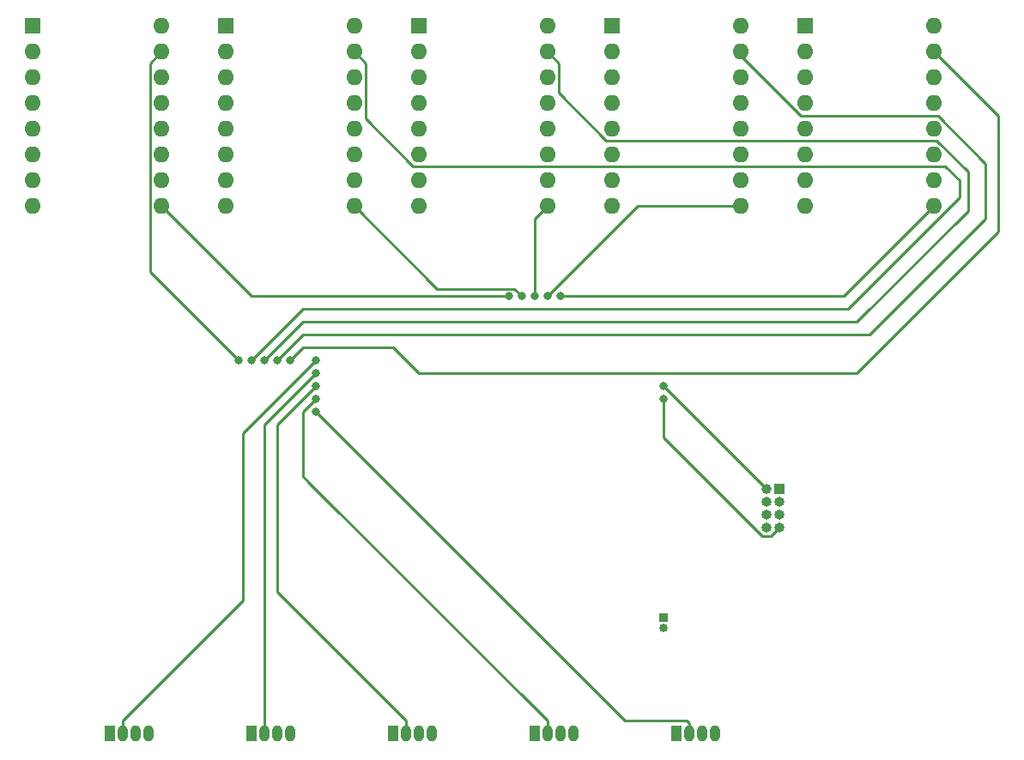
<source format=gbr>
%TF.GenerationSoftware,KiCad,Pcbnew,(5.1.9)-1*%
%TF.CreationDate,2021-10-09T18:12:39+01:00*%
%TF.ProjectId,btctestv0,62746374-6573-4747-9630-2e6b69636164,rev?*%
%TF.SameCoordinates,Original*%
%TF.FileFunction,Copper,L2,Bot*%
%TF.FilePolarity,Positive*%
%FSLAX46Y46*%
G04 Gerber Fmt 4.6, Leading zero omitted, Abs format (unit mm)*
G04 Created by KiCad (PCBNEW (5.1.9)-1) date 2021-10-09 18:12:39*
%MOMM*%
%LPD*%
G01*
G04 APERTURE LIST*
%TA.AperFunction,ComponentPad*%
%ADD10O,0.850000X0.850000*%
%TD*%
%TA.AperFunction,ComponentPad*%
%ADD11R,0.850000X0.850000*%
%TD*%
%TA.AperFunction,ComponentPad*%
%ADD12O,1.000000X1.000000*%
%TD*%
%TA.AperFunction,ComponentPad*%
%ADD13R,1.000000X1.000000*%
%TD*%
%TA.AperFunction,ComponentPad*%
%ADD14C,1.000000*%
%TD*%
%TA.AperFunction,ComponentPad*%
%ADD15O,1.000000X1.600000*%
%TD*%
%TA.AperFunction,ComponentPad*%
%ADD16R,1.000000X1.600000*%
%TD*%
%TA.AperFunction,ComponentPad*%
%ADD17O,1.600000X1.600000*%
%TD*%
%TA.AperFunction,ComponentPad*%
%ADD18R,1.600000X1.600000*%
%TD*%
%TA.AperFunction,ViaPad*%
%ADD19C,0.800000*%
%TD*%
%TA.AperFunction,Conductor*%
%ADD20C,0.250000*%
%TD*%
G04 APERTURE END LIST*
D10*
%TO.P,REF\u002A\u002A,2*%
%TO.N,SWDIO*%
X163830000Y-87360000D03*
D11*
%TO.P,REF\u002A\u002A,1*%
%TO.N,SWCLK*%
X163830000Y-86360000D03*
%TD*%
D12*
%TO.P,REF\u002A\u002A,8*%
%TO.N,UART4_TX*%
X175260000Y-77470000D03*
%TO.P,REF\u002A\u002A,7*%
%TO.N,+3V3*%
X173990000Y-77470000D03*
%TO.P,REF\u002A\u002A,6*%
%TO.N,N/C*%
X175260000Y-76200000D03*
%TO.P,REF\u002A\u002A,5*%
X173990000Y-76200000D03*
%TO.P,REF\u002A\u002A,4*%
X175260000Y-74930000D03*
%TO.P,REF\u002A\u002A,3*%
%TO.N,+3V3*%
X173990000Y-74930000D03*
D13*
%TO.P,REF\u002A\u002A,2*%
%TO.N,GND*%
X175260000Y-73660000D03*
D14*
%TO.P,REF\u002A\u002A,1*%
%TO.N,UART4_RX*%
X173990000Y-73660000D03*
%TD*%
D15*
%TO.P,U5,4*%
%TO.N,GND*%
X168910000Y-97790000D03*
%TO.P,U5,3*%
%TO.N,Net-(U5-Pad3)*%
X167640000Y-97790000D03*
%TO.P,U5,2*%
%TO.N,HES_4*%
X166370000Y-97790000D03*
D16*
%TO.P,U5,1*%
%TO.N,+5V*%
X165100000Y-97790000D03*
%TD*%
D15*
%TO.P,U4,4*%
%TO.N,GND*%
X154940000Y-97790000D03*
%TO.P,U4,3*%
%TO.N,Net-(U4-Pad3)*%
X153670000Y-97790000D03*
%TO.P,U4,2*%
%TO.N,HES_3*%
X152400000Y-97790000D03*
D16*
%TO.P,U4,1*%
%TO.N,+5V*%
X151130000Y-97790000D03*
%TD*%
D15*
%TO.P,U3,4*%
%TO.N,GND*%
X140970000Y-97790000D03*
%TO.P,U3,3*%
%TO.N,Net-(U3-Pad3)*%
X139700000Y-97790000D03*
%TO.P,U3,2*%
%TO.N,HES_2*%
X138430000Y-97790000D03*
D16*
%TO.P,U3,1*%
%TO.N,+5V*%
X137160000Y-97790000D03*
%TD*%
D15*
%TO.P,U2,4*%
%TO.N,GND*%
X127000000Y-97790000D03*
%TO.P,U2,3*%
%TO.N,Net-(U2-Pad3)*%
X125730000Y-97790000D03*
%TO.P,U2,2*%
%TO.N,HES_1*%
X124460000Y-97790000D03*
D16*
%TO.P,U2,1*%
%TO.N,+5V*%
X123190000Y-97790000D03*
%TD*%
D15*
%TO.P,U1,4*%
%TO.N,GND*%
X113030000Y-97790000D03*
%TO.P,U1,3*%
%TO.N,Net-(U1-Pad3)*%
X111760000Y-97790000D03*
%TO.P,U1,2*%
%TO.N,HES_0*%
X110490000Y-97790000D03*
D16*
%TO.P,U1,1*%
%TO.N,+5V*%
X109220000Y-97790000D03*
%TD*%
D17*
%TO.P,A5,16*%
%TO.N,+5V*%
X190500000Y-27940000D03*
%TO.P,A5,8*%
%TO.N,+12V*%
X177800000Y-45720000D03*
%TO.P,A5,15*%
%TO.N,MOT_0_STEP*%
X190500000Y-30480000D03*
%TO.P,A5,7*%
%TO.N,GND*%
X177800000Y-43180000D03*
%TO.P,A5,14*%
%TO.N,Net-(A5-Pad13)*%
X190500000Y-33020000D03*
%TO.P,A5,6*%
%TO.N,Net-(A5-Pad6)*%
X177800000Y-40640000D03*
%TO.P,A5,13*%
%TO.N,Net-(A5-Pad13)*%
X190500000Y-35560000D03*
%TO.P,A5,5*%
%TO.N,Net-(A5-Pad5)*%
X177800000Y-38100000D03*
%TO.P,A5,12*%
%TO.N,Net-(A5-Pad12)*%
X190500000Y-38100000D03*
%TO.P,A5,4*%
%TO.N,Net-(A5-Pad4)*%
X177800000Y-35560000D03*
%TO.P,A5,11*%
%TO.N,Net-(A5-Pad11)*%
X190500000Y-40640000D03*
%TO.P,A5,3*%
%TO.N,Net-(A5-Pad3)*%
X177800000Y-33020000D03*
%TO.P,A5,10*%
%TO.N,+5V*%
X190500000Y-43180000D03*
%TO.P,A5,2*%
X177800000Y-30480000D03*
%TO.P,A5,9*%
%TO.N,MOT_0_EN*%
X190500000Y-45720000D03*
D18*
%TO.P,A5,1*%
%TO.N,GND*%
X177800000Y-27940000D03*
%TD*%
D17*
%TO.P,A4,16*%
%TO.N,+5V*%
X171450000Y-27940000D03*
%TO.P,A4,8*%
%TO.N,+12V*%
X158750000Y-45720000D03*
%TO.P,A4,15*%
%TO.N,MOT_1_STEP*%
X171450000Y-30480000D03*
%TO.P,A4,7*%
%TO.N,GND*%
X158750000Y-43180000D03*
%TO.P,A4,14*%
%TO.N,Net-(A4-Pad13)*%
X171450000Y-33020000D03*
%TO.P,A4,6*%
%TO.N,Net-(A4-Pad6)*%
X158750000Y-40640000D03*
%TO.P,A4,13*%
%TO.N,Net-(A4-Pad13)*%
X171450000Y-35560000D03*
%TO.P,A4,5*%
%TO.N,Net-(A4-Pad5)*%
X158750000Y-38100000D03*
%TO.P,A4,12*%
%TO.N,Net-(A4-Pad12)*%
X171450000Y-38100000D03*
%TO.P,A4,4*%
%TO.N,Net-(A4-Pad4)*%
X158750000Y-35560000D03*
%TO.P,A4,11*%
%TO.N,Net-(A4-Pad11)*%
X171450000Y-40640000D03*
%TO.P,A4,3*%
%TO.N,Net-(A4-Pad3)*%
X158750000Y-33020000D03*
%TO.P,A4,10*%
%TO.N,+5V*%
X171450000Y-43180000D03*
%TO.P,A4,2*%
X158750000Y-30480000D03*
%TO.P,A4,9*%
%TO.N,MOT_1_EN*%
X171450000Y-45720000D03*
D18*
%TO.P,A4,1*%
%TO.N,GND*%
X158750000Y-27940000D03*
%TD*%
D17*
%TO.P,A3,16*%
%TO.N,+5V*%
X152400000Y-27940000D03*
%TO.P,A3,8*%
%TO.N,+12V*%
X139700000Y-45720000D03*
%TO.P,A3,15*%
%TO.N,MOT_2_STEP*%
X152400000Y-30480000D03*
%TO.P,A3,7*%
%TO.N,GND*%
X139700000Y-43180000D03*
%TO.P,A3,14*%
%TO.N,Net-(A3-Pad13)*%
X152400000Y-33020000D03*
%TO.P,A3,6*%
%TO.N,Net-(A3-Pad6)*%
X139700000Y-40640000D03*
%TO.P,A3,13*%
%TO.N,Net-(A3-Pad13)*%
X152400000Y-35560000D03*
%TO.P,A3,5*%
%TO.N,Net-(A3-Pad5)*%
X139700000Y-38100000D03*
%TO.P,A3,12*%
%TO.N,Net-(A3-Pad12)*%
X152400000Y-38100000D03*
%TO.P,A3,4*%
%TO.N,Net-(A3-Pad4)*%
X139700000Y-35560000D03*
%TO.P,A3,11*%
%TO.N,Net-(A3-Pad11)*%
X152400000Y-40640000D03*
%TO.P,A3,3*%
%TO.N,Net-(A3-Pad3)*%
X139700000Y-33020000D03*
%TO.P,A3,10*%
%TO.N,+5V*%
X152400000Y-43180000D03*
%TO.P,A3,2*%
X139700000Y-30480000D03*
%TO.P,A3,9*%
%TO.N,MOT_2_EN*%
X152400000Y-45720000D03*
D18*
%TO.P,A3,1*%
%TO.N,GND*%
X139700000Y-27940000D03*
%TD*%
D17*
%TO.P,A2,16*%
%TO.N,+5V*%
X133350000Y-27940000D03*
%TO.P,A2,8*%
%TO.N,+12V*%
X120650000Y-45720000D03*
%TO.P,A2,15*%
%TO.N,MOT_3_STEP*%
X133350000Y-30480000D03*
%TO.P,A2,7*%
%TO.N,GND*%
X120650000Y-43180000D03*
%TO.P,A2,14*%
%TO.N,Net-(A2-Pad13)*%
X133350000Y-33020000D03*
%TO.P,A2,6*%
%TO.N,Net-(A2-Pad6)*%
X120650000Y-40640000D03*
%TO.P,A2,13*%
%TO.N,Net-(A2-Pad13)*%
X133350000Y-35560000D03*
%TO.P,A2,5*%
%TO.N,Net-(A2-Pad5)*%
X120650000Y-38100000D03*
%TO.P,A2,12*%
%TO.N,Net-(A2-Pad12)*%
X133350000Y-38100000D03*
%TO.P,A2,4*%
%TO.N,Net-(A2-Pad4)*%
X120650000Y-35560000D03*
%TO.P,A2,11*%
%TO.N,Net-(A2-Pad11)*%
X133350000Y-40640000D03*
%TO.P,A2,3*%
%TO.N,Net-(A2-Pad3)*%
X120650000Y-33020000D03*
%TO.P,A2,10*%
%TO.N,+5V*%
X133350000Y-43180000D03*
%TO.P,A2,2*%
X120650000Y-30480000D03*
%TO.P,A2,9*%
%TO.N,MOT_3_EN*%
X133350000Y-45720000D03*
D18*
%TO.P,A2,1*%
%TO.N,GND*%
X120650000Y-27940000D03*
%TD*%
D17*
%TO.P,A1,16*%
%TO.N,+5V*%
X114300000Y-27940000D03*
%TO.P,A1,8*%
%TO.N,+12V*%
X101600000Y-45720000D03*
%TO.P,A1,15*%
%TO.N,MOT_4_STEP*%
X114300000Y-30480000D03*
%TO.P,A1,7*%
%TO.N,GND*%
X101600000Y-43180000D03*
%TO.P,A1,14*%
%TO.N,Net-(A1-Pad13)*%
X114300000Y-33020000D03*
%TO.P,A1,6*%
%TO.N,Net-(A1-Pad6)*%
X101600000Y-40640000D03*
%TO.P,A1,13*%
%TO.N,Net-(A1-Pad13)*%
X114300000Y-35560000D03*
%TO.P,A1,5*%
%TO.N,Net-(A1-Pad5)*%
X101600000Y-38100000D03*
%TO.P,A1,12*%
%TO.N,Net-(A1-Pad12)*%
X114300000Y-38100000D03*
%TO.P,A1,4*%
%TO.N,Net-(A1-Pad4)*%
X101600000Y-35560000D03*
%TO.P,A1,11*%
%TO.N,Net-(A1-Pad11)*%
X114300000Y-40640000D03*
%TO.P,A1,3*%
%TO.N,Net-(A1-Pad3)*%
X101600000Y-33020000D03*
%TO.P,A1,10*%
%TO.N,+5V*%
X114300000Y-43180000D03*
%TO.P,A1,2*%
X101600000Y-30480000D03*
%TO.P,A1,9*%
%TO.N,MOT_4_EN*%
X114300000Y-45720000D03*
D18*
%TO.P,A1,1*%
%TO.N,GND*%
X101600000Y-27940000D03*
%TD*%
D19*
%TO.N,*%
X173990000Y-76200000D03*
X175260000Y-76200000D03*
X175260000Y-74930000D03*
%TO.N,UART4_RX*%
X163830000Y-63500000D03*
%TO.N,UART4_TX*%
X163830000Y-64770000D03*
X175260000Y-77470000D03*
%TO.N,UART4_RX*%
X173990000Y-73660000D03*
%TO.N,Net-(A1-Pad6)*%
X101600000Y-40640000D03*
%TO.N,Net-(A1-Pad13)*%
X114300000Y-33020000D03*
X114300000Y-35560000D03*
%TO.N,Net-(A1-Pad5)*%
X101600000Y-38100000D03*
%TO.N,Net-(A1-Pad12)*%
X114300000Y-38100000D03*
%TO.N,Net-(A1-Pad4)*%
X101600000Y-35560000D03*
%TO.N,Net-(A1-Pad11)*%
X114300000Y-40640000D03*
%TO.N,Net-(A1-Pad3)*%
X101600000Y-33020000D03*
%TO.N,MOT_0_STEP*%
X127000000Y-60960000D03*
X190500000Y-30480000D03*
%TO.N,MOT_0_EN*%
X153670000Y-54610000D03*
X190500000Y-45720000D03*
%TO.N,MOT_4_STEP*%
X121920000Y-60960000D03*
X114300000Y-30480000D03*
%TO.N,Net-(A2-Pad6)*%
X120650000Y-40640000D03*
%TO.N,Net-(A2-Pad13)*%
X133350000Y-33020000D03*
X133350000Y-35560000D03*
%TO.N,Net-(A2-Pad5)*%
X120650000Y-38100000D03*
%TO.N,Net-(A2-Pad12)*%
X133350000Y-38100000D03*
%TO.N,Net-(A2-Pad4)*%
X120650000Y-35560000D03*
%TO.N,Net-(A2-Pad11)*%
X133350000Y-40640000D03*
%TO.N,Net-(A2-Pad3)*%
X120650000Y-33020000D03*
%TO.N,MOT_4_EN*%
X114300000Y-45720000D03*
X148590000Y-54610000D03*
%TO.N,MOT_1_STEP*%
X125730000Y-60960000D03*
X171450000Y-30480000D03*
%TO.N,Net-(A3-Pad6)*%
X139700000Y-40640000D03*
%TO.N,Net-(A3-Pad13)*%
X152400000Y-33020000D03*
X152400000Y-35560000D03*
%TO.N,Net-(A3-Pad5)*%
X139700000Y-38100000D03*
%TO.N,Net-(A3-Pad12)*%
X152400000Y-38100000D03*
%TO.N,Net-(A3-Pad4)*%
X139700000Y-35560000D03*
%TO.N,Net-(A3-Pad11)*%
X152400000Y-40640000D03*
%TO.N,Net-(A3-Pad3)*%
X139700000Y-33020000D03*
%TO.N,MOT_1_EN*%
X152400000Y-54610000D03*
X171450000Y-45720000D03*
%TO.N,MOT_2_STEP*%
X124460000Y-60960000D03*
X152400000Y-30480000D03*
%TO.N,Net-(A4-Pad6)*%
X158750000Y-40640000D03*
%TO.N,Net-(A4-Pad13)*%
X171450000Y-35560000D03*
X171450000Y-33020000D03*
%TO.N,Net-(A4-Pad5)*%
X158750000Y-38100000D03*
%TO.N,Net-(A4-Pad12)*%
X171450000Y-38100000D03*
%TO.N,Net-(A4-Pad4)*%
X158750000Y-35560000D03*
%TO.N,Net-(A4-Pad11)*%
X171450000Y-40640000D03*
%TO.N,Net-(A4-Pad3)*%
X158750000Y-33020000D03*
%TO.N,MOT_2_EN*%
X152400000Y-45720000D03*
X151130000Y-54610000D03*
%TO.N,MOT_3_STEP*%
X123190000Y-60960000D03*
X133350000Y-30480000D03*
%TO.N,Net-(A5-Pad6)*%
X177800000Y-40640000D03*
%TO.N,Net-(A5-Pad13)*%
X190500000Y-35560000D03*
X190500000Y-33020000D03*
%TO.N,Net-(A5-Pad5)*%
X177800000Y-38100000D03*
%TO.N,Net-(A5-Pad12)*%
X190500000Y-38100000D03*
%TO.N,Net-(A5-Pad4)*%
X177800000Y-35560000D03*
%TO.N,Net-(A5-Pad11)*%
X190500000Y-40640000D03*
%TO.N,Net-(A5-Pad3)*%
X177800000Y-33020000D03*
%TO.N,MOT_3_EN*%
X133350000Y-45720000D03*
X149860000Y-54610000D03*
%TO.N,+12V*%
X177800000Y-45720000D03*
X158750000Y-45720000D03*
X139700000Y-45720000D03*
X120650000Y-45720000D03*
X101600000Y-45720000D03*
%TO.N,+3V3*%
X173990000Y-74930000D03*
X173990000Y-77470000D03*
%TO.N,GND*%
X101600000Y-43180000D03*
X101600000Y-27940000D03*
X120650000Y-43180000D03*
X120650000Y-27940000D03*
X139700000Y-43180000D03*
X139700000Y-27940000D03*
X158750000Y-27940000D03*
X158750000Y-43180000D03*
X177800000Y-43180000D03*
X177800000Y-27940000D03*
X113030000Y-97790000D03*
X127000000Y-97790000D03*
X140970000Y-97790000D03*
X154940000Y-97790000D03*
X168910000Y-97790000D03*
X175260000Y-73660000D03*
%TO.N,HES_0*%
X129540000Y-60960000D03*
X110490000Y-97790000D03*
%TO.N,HES_1*%
X129540000Y-62230000D03*
X124460000Y-97790000D03*
%TO.N,HES_2*%
X129540000Y-63500000D03*
X138430000Y-97790000D03*
%TO.N,HES_3*%
X129540000Y-64770000D03*
X152400000Y-97790000D03*
%TO.N,HES_4*%
X129540000Y-66040000D03*
X166370000Y-97790000D03*
%TO.N,+5V*%
X190500000Y-43180000D03*
X101600000Y-30480000D03*
X114300000Y-27940000D03*
X114300000Y-43180000D03*
X120650000Y-30480000D03*
X133350000Y-27940000D03*
X133350000Y-43180000D03*
X139700000Y-30480000D03*
X152400000Y-27940000D03*
X152400000Y-43180000D03*
X171450000Y-43180000D03*
X171450000Y-27940000D03*
X158750000Y-30480000D03*
X177800000Y-30480000D03*
X190500000Y-27940000D03*
X109220000Y-97790000D03*
X123190000Y-97790000D03*
X137160000Y-97790000D03*
X151130000Y-97790000D03*
X165100000Y-97790000D03*
%TD*%
D20*
%TO.N,MOT_0_STEP*%
X194310000Y-34290000D02*
X190500000Y-30480000D01*
X196850000Y-36830000D02*
X194310000Y-34290000D01*
X182880000Y-62230000D02*
X196850000Y-48260000D01*
X139700000Y-62230000D02*
X182880000Y-62230000D01*
X196850000Y-48260000D02*
X196850000Y-36830000D01*
X137160000Y-59690000D02*
X139700000Y-62230000D01*
X128270000Y-59690000D02*
X137160000Y-59690000D01*
X127000000Y-60960000D02*
X128270000Y-59690000D01*
%TO.N,MOT_0_EN*%
X181610000Y-54610000D02*
X190500000Y-45720000D01*
X153670000Y-54610000D02*
X181610000Y-54610000D01*
%TO.N,MOT_4_STEP*%
X113174999Y-31605001D02*
X114300000Y-30480000D01*
X113174999Y-52214999D02*
X113174999Y-31605001D01*
X121920000Y-60960000D02*
X113174999Y-52214999D01*
%TO.N,MOT_4_EN*%
X123190000Y-54610000D02*
X114300000Y-45720000D01*
X148590000Y-54610000D02*
X123190000Y-54610000D01*
%TO.N,MOT_1_STEP*%
X171450000Y-30875002D02*
X171450000Y-30480000D01*
X177404998Y-36830000D02*
X171450000Y-30875002D01*
X190895002Y-36830000D02*
X177404998Y-36830000D01*
X195580000Y-41514998D02*
X190895002Y-36830000D01*
X195580000Y-46990000D02*
X195580000Y-41514998D01*
X184150000Y-58420000D02*
X195580000Y-46990000D01*
X128270000Y-58420000D02*
X184150000Y-58420000D01*
X125730000Y-60960000D02*
X128270000Y-58420000D01*
%TO.N,MOT_1_EN*%
X161290000Y-45720000D02*
X171450000Y-45720000D01*
X152400000Y-54610000D02*
X161290000Y-45720000D01*
%TO.N,MOT_2_STEP*%
X193859990Y-42334988D02*
X190750003Y-39225001D01*
X193859990Y-46170010D02*
X193859990Y-42334988D01*
X153525001Y-31605001D02*
X152400000Y-30480000D01*
X182880000Y-57150000D02*
X193859990Y-46170010D01*
X128270000Y-57150000D02*
X182880000Y-57150000D01*
X124460000Y-60960000D02*
X128270000Y-57150000D01*
X153525001Y-34540003D02*
X153525001Y-31605001D01*
X158209999Y-39225001D02*
X153525001Y-34540003D01*
X190750003Y-39225001D02*
X158209999Y-39225001D01*
%TO.N,MOT_2_EN*%
X151130000Y-46990000D02*
X152400000Y-45720000D01*
X151130000Y-54610000D02*
X151130000Y-46990000D01*
%TO.N,MOT_3_STEP*%
X123190000Y-60960000D02*
X128270000Y-55880000D01*
X182005002Y-55880000D02*
X193040000Y-44845002D01*
X128270000Y-55880000D02*
X182005002Y-55880000D01*
X193040000Y-44845002D02*
X193040000Y-43180000D01*
X134475001Y-31605001D02*
X133350000Y-30480000D01*
X193040000Y-43180000D02*
X191625001Y-41765001D01*
X134475001Y-37080003D02*
X134475001Y-31605001D01*
X139159999Y-41765001D02*
X134475001Y-37080003D01*
X191625001Y-41765001D02*
X139159999Y-41765001D01*
%TO.N,MOT_3_EN*%
X141514999Y-53884999D02*
X133350000Y-45720000D01*
X149134999Y-53884999D02*
X141514999Y-53884999D01*
X149860000Y-54610000D02*
X149134999Y-53884999D01*
%TO.N,HES_0*%
X122364999Y-84645001D02*
X110490000Y-96520000D01*
X122364999Y-68135001D02*
X122364999Y-84645001D01*
X129540000Y-60960000D02*
X122364999Y-68135001D01*
X110490000Y-96520000D02*
X110490000Y-97790000D01*
%TO.N,HES_1*%
X124460000Y-67310000D02*
X124460000Y-97790000D01*
X129540000Y-62230000D02*
X124460000Y-67310000D01*
%TO.N,HES_2*%
X138430000Y-96520000D02*
X138430000Y-97790000D01*
X125730000Y-83820000D02*
X138430000Y-96520000D01*
X125730000Y-67310000D02*
X125730000Y-83820000D01*
X129540000Y-63500000D02*
X125730000Y-67310000D01*
%TO.N,HES_3*%
X152400000Y-96520000D02*
X152400000Y-97790000D01*
X129540000Y-64770000D02*
X128270000Y-66040000D01*
X128270000Y-72390000D02*
X128905000Y-73025000D01*
X128270000Y-66040000D02*
X128270000Y-72390000D01*
X128905000Y-73025000D02*
X152400000Y-96520000D01*
X128814999Y-72934999D02*
X128905000Y-73025000D01*
%TO.N,HES_4*%
X160020000Y-96520000D02*
X129540000Y-66040000D01*
X166150000Y-96520000D02*
X160020000Y-96520000D01*
X166370000Y-96740000D02*
X166150000Y-96520000D01*
X166370000Y-97790000D02*
X166370000Y-96740000D01*
%TO.N,UART4_RX*%
X163830000Y-63500000D02*
X173990000Y-73660000D01*
%TO.N,UART4_TX*%
X174434999Y-78295001D02*
X175260000Y-77470000D01*
X173593999Y-78295001D02*
X174434999Y-78295001D01*
X163830000Y-68531002D02*
X173593999Y-78295001D01*
X163830000Y-64770000D02*
X163830000Y-68531002D01*
%TD*%
M02*

</source>
